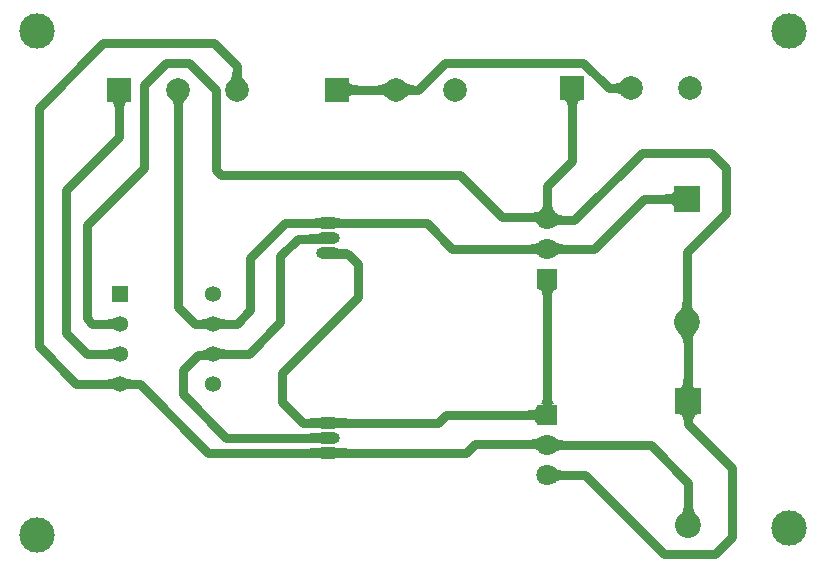
<source format=gbl>
%FSDAX24Y24*%
%MOIN*%
%SFA1B1*%

%IPPOS*%
%ADD10R,0.070866X0.070866*%
%ADD11C,0.070866*%
%ADD12C,0.118110*%
%ADD13R,0.078740X0.078740*%
%ADD14C,0.078740*%
%ADD15O,0.078740X0.039370*%
%ADD16O,0.078740X0.039370*%
%ADD17R,0.053543X0.053543*%
%ADD18C,0.053543*%
%ADD19C,0.086614*%
%ADD20R,0.086614X0.086614*%
%ADD21C,0.030000*%
%LNpcb2-1*%
%LPD*%
G36*
X003704Y006550D02*
X003734Y006550D01*
X003809Y006555*
X003829Y006559*
X003847Y006563*
X003863Y006568*
X003876Y006573*
X003887Y006580*
X003895Y006587*
Y006212*
X003887Y006219*
X003876Y006226*
X003863Y006231*
X003847Y006236*
X003829Y006240*
X003809Y006244*
X003761Y006248*
X003734Y006249*
X003704Y006250*
Y006550*
G37*
G36*
Y007550D02*
X003734Y007550D01*
X003809Y007555*
X003829Y007559*
X003847Y007563*
X003863Y007568*
X003876Y007573*
X003887Y007580*
X003895Y007587*
Y007212*
X003887Y007219*
X003876Y007226*
X003863Y007231*
X003847Y007236*
X003829Y007240*
X003809Y007244*
X003761Y007248*
X003734Y007249*
X003704Y007250*
Y007550*
G37*
G36*
X004462Y006240D02*
X004432Y006240D01*
X004357Y006235*
X004337Y006231*
X004319Y006228*
X004303Y006223*
X004290Y006218*
X004279Y006212*
X004271Y006205*
X004284Y006580*
X004293Y006572*
X004304Y006566*
X004317Y006560*
X004332Y006554*
X004350Y006550*
X004370Y006546*
X004393Y006544*
X004445Y006540*
X004475Y006540*
X004462Y006240*
G37*
G36*
X006804Y007500D02*
X006833Y007500D01*
X006885Y007504*
X006907Y007507*
X006927Y007512*
X006944Y007517*
X006959Y007523*
X006972Y007530*
X006982Y007539*
X006990Y007548*
X007060Y007180*
X007053Y007183*
X007043Y007187*
X007031Y007190*
X007016Y007192*
X006979Y007196*
X006932Y007199*
X006874Y007200*
X006804Y007500*
G37*
G36*
X007595Y007250D02*
X007565Y007249D01*
X007490Y007244*
X007470Y007240*
X007452Y007236*
X007436Y007231*
X007423Y007226*
X007412Y007219*
X007404Y007212*
Y007587*
X007412Y007580*
X007423Y007573*
X007436Y007568*
X007452Y007563*
X007470Y007559*
X007490Y007555*
X007538Y007551*
X007565Y007550*
X007595Y007550*
Y007250*
G37*
G36*
X010427Y004250D02*
X010484Y004250D01*
X010746Y004266*
X010754Y004270*
Y003929*
X010746Y003933*
X010732Y003936*
X010713Y003939*
X010689Y003942*
X010582Y003948*
X010427Y003950*
Y004250*
G37*
G36*
Y004750D02*
X010484Y004750D01*
X010746Y004766*
X010754Y004770*
Y004429*
X010746Y004433*
X010732Y004436*
X010713Y004439*
X010689Y004442*
X010582Y004448*
X010427Y004450*
Y004750*
G37*
G36*
X011672Y003950D02*
X011615Y003949D01*
X011353Y003933*
X011345Y003929*
Y004270*
X011353Y004266*
X011367Y004263*
X011386Y004260*
X011410Y004257*
X011517Y004251*
X011672Y004250*
Y003950*
G37*
G36*
X010427Y005250D02*
X010484Y005250D01*
X010746Y005266*
X010754Y005270*
Y004929*
X010746Y004933*
X010732Y004936*
X010713Y004939*
X010689Y004942*
X010582Y004948*
X010427Y004950*
Y005250*
G37*
G36*
X011672Y004950D02*
X011615Y004949D01*
X011353Y004933*
X011345Y004929*
Y005270*
X011353Y005266*
X011367Y005263*
X011386Y005260*
X011410Y005257*
X011517Y005251*
X011672Y005250*
Y004950*
G37*
G36*
X008151Y016768D02*
X008155Y016731D01*
X008161Y016696*
X008170Y016662*
X008182Y016630*
X008197Y016599*
X008213Y016570*
X008233Y016543*
X008255Y016517*
X008280Y016493*
X007730Y016467*
X007752Y016494*
X007773Y016522*
X007791Y016551*
X007806Y016581*
X007820Y016613*
X007830Y016646*
X007839Y016680*
X007845Y016716*
X007848Y016753*
X007850Y016792*
X008150Y016807*
X008151Y016768*
G37*
G36*
X011725Y016471D02*
X011734Y016445D01*
X011749Y016423*
X011770Y016404*
X011798Y016387*
X011831Y016374*
X011870Y016363*
X011915Y016355*
X011966Y016351*
X012024Y016350*
Y016050*
X011966Y016048*
X011915Y016044*
X011870Y016036*
X011831Y016025*
X011798Y016012*
X011770Y015995*
X011749Y015976*
X011734Y015954*
X011725Y015928*
X011722Y015900*
Y016500*
X011725Y016471*
G37*
G36*
X006301Y015893D02*
X006280Y015866D01*
X006261Y015838*
X006245Y015808*
X006231Y015777*
X006220Y015744*
X006211Y015710*
X006205Y015675*
X006201Y015638*
X006200Y015599*
X005900*
X005898Y015638*
X005894Y015675*
X005888Y015710*
X005879Y015744*
X005868Y015777*
X005854Y015808*
X005838Y015838*
X005819Y015866*
X005798Y015893*
X005774Y015918*
X006325*
X006301Y015893*
G37*
G36*
X004352Y015804D02*
X004327Y015795D01*
X004305Y015780*
X004285Y015759*
X004269Y015732*
X004255Y015699*
X004245Y015660*
X004237Y015615*
X004232Y015564*
X004231Y015507*
X003931*
X003930Y015564*
X003925Y015615*
X003917Y015660*
X003907Y015699*
X003893Y015732*
X003877Y015759*
X003857Y015780*
X003835Y015795*
X003810Y015804*
X003781Y015807*
X004381*
X004352Y015804*
G37*
G36*
X011353Y011916D02*
X011367Y011913D01*
X011386Y011910*
X011410Y011907*
X011517Y011901*
X011672Y011900*
Y011600*
X011615Y011599*
X011353Y011583*
X011345Y011579*
Y011920*
X011353Y011916*
G37*
G36*
X010754Y011579D02*
X010746Y011583D01*
X010732Y011586*
X010713Y011589*
X010689Y011592*
X010582Y011598*
X010427Y011600*
Y011900*
X010484Y011900*
X010746Y011916*
X010754Y011920*
Y011579*
G37*
G36*
X010802Y011059D02*
X010788Y011063D01*
X010770Y011067*
X010747Y011070*
X010686Y011076*
X010507Y011081*
X010450Y011082*
X010407Y011382*
X010464Y011382*
X010674Y011396*
X010702Y011401*
X010724Y011406*
X010741Y011413*
X010754Y011420*
X010802Y011059*
G37*
G36*
X011358Y010913D02*
X011375Y010906D01*
X011397Y010901*
X011425Y010896*
X011494Y010888*
X011583Y010883*
X011692Y010882*
X011649Y010582*
X011345Y010579*
Y010920*
X011358Y010913*
G37*
G36*
X007412Y008580D02*
X007423Y008573D01*
X007436Y008568*
X007452Y008563*
X007470Y008559*
X007490Y008555*
X007538Y008551*
X007565Y008550*
X007595Y008550*
Y008250*
X007565Y008249*
X007490Y008244*
X007470Y008240*
X007452Y008236*
X007436Y008231*
X007423Y008226*
X007412Y008219*
X007404Y008212*
X007212Y008400*
X007404Y008587*
X007412Y008580*
G37*
G36*
X007212Y008400D02*
X007021Y008212D01*
X007013Y008219*
X007002Y008226*
X006989Y008231*
X006973Y008236*
X006955Y008240*
X006935Y008244*
X006860Y008249*
X006830Y008250*
Y008550*
X006860Y008550*
X006887Y008551*
X006935Y008555*
X006955Y008559*
X006973Y008563*
X006989Y008568*
X007002Y008573*
X007013Y008580*
X007021Y008587*
X007212Y008400*
G37*
G36*
X003895Y008212D02*
X003887Y008219D01*
X003876Y008226*
X003863Y008231*
X003847Y008236*
X003829Y008240*
X003809Y008244*
X003761Y008248*
X003734Y008249*
X003704Y008250*
Y008550*
X003734Y008550*
X003809Y008555*
X003829Y008559*
X003847Y008563*
X003863Y008568*
X003876Y008573*
X003887Y008580*
X003895Y008587*
Y008212*
G37*
G36*
X023321Y005374D02*
X023295Y005365D01*
X023273Y005350*
X023254Y005329*
X023237Y005302*
X023224Y005269*
X023213Y005230*
X023205Y005185*
X023201Y005134*
X023200Y005077*
X022900*
X022898Y005134*
X022894Y005185*
X022886Y005230*
X022875Y005269*
X022862Y005302*
X022845Y005329*
X022826Y005350*
X022804Y005365*
X022778Y005374*
X022750Y005377*
X023350*
X023321Y005374*
G37*
G36*
X017998Y005057D02*
X017995Y005086D01*
X017986Y005111*
X017970Y005134*
X017949Y005153*
X017922Y005170*
X017889Y005183*
X017850Y005194*
X017805Y005201*
X017754Y005206*
X017696Y005207*
Y005507*
X017754Y005509*
X017805Y005513*
X017850Y005521*
X017889Y005531*
X017922Y005545*
X017949Y005561*
X017970Y005581*
X017986Y005603*
X017995Y005629*
X017998Y005657*
Y005057*
G37*
G36*
X018066Y004140D02*
X018049Y004161D01*
X018029Y004180*
X018008Y004196*
X017984Y004210*
X017958Y004222*
X017930Y004232*
X017900Y004240*
X017868Y004245*
X017834Y004248*
X017798Y004250*
X017842Y004550*
X017878Y004550*
X017945Y004557*
X017976Y004563*
X018006Y004570*
X018034Y004579*
X018061Y004590*
X018086Y004602*
X018109Y004617*
X018131Y004632*
X018066Y004140*
G37*
G36*
X018623Y004583D02*
X018645Y004566D01*
X018668Y004551*
X018694Y004539*
X018721Y004528*
X018750Y004519*
X018780Y004512*
X018813Y004507*
X018847Y004504*
X018883Y004503*
Y004203*
X018847Y004202*
X018813Y004200*
X018780Y004195*
X018750Y004188*
X018721Y004179*
X018694Y004168*
X018668Y004155*
X018645Y004141*
X018623Y004124*
X018603Y004105*
Y004601*
X018623Y004583*
G37*
G36*
Y003579D02*
X018645Y003562D01*
X018668Y003548*
X018694Y003535*
X018721Y003524*
X018750Y003515*
X018780Y003508*
X018813Y003503*
X018847Y003500*
X018883Y003500*
Y003200*
X018847Y003199*
X018813Y003196*
X018780Y003191*
X018750Y003184*
X018721Y003175*
X018694Y003164*
X018668Y003151*
X018645Y003137*
X018623Y003120*
X018603Y003101*
Y003598*
X018623Y003579*
G37*
G36*
X023201Y002316D02*
X023206Y002276D01*
X023213Y002238*
X023224Y002200*
X023238Y002164*
X023255Y002129*
X023275Y002095*
X023298Y002062*
X023324Y002030*
X023353Y002000*
X022746*
X022775Y002030*
X022801Y002062*
X022824Y002095*
X022844Y002129*
X022861Y002164*
X022875Y002200*
X022886Y002238*
X022893Y002276*
X022898Y002316*
X022900Y002357*
X023200*
X023201Y002316*
G37*
G36*
X018621Y009543D02*
X018595Y009534D01*
X018573Y009519*
X018554Y009498*
X018537Y009471*
X018524Y009438*
X018513Y009399*
X018505Y009354*
X018501Y009303*
X018500Y009246*
X018200*
X018198Y009303*
X018194Y009354*
X018186Y009399*
X018175Y009438*
X018162Y009471*
X018145Y009498*
X018126Y009519*
X018104Y009534*
X018078Y009543*
X018050Y009546*
X018650*
X018621Y009543*
G37*
G36*
X023151Y009066D02*
X023156Y009026D01*
X023163Y008988*
X023174Y008950*
X023188Y008914*
X023205Y008879*
X023225Y008845*
X023248Y008812*
X023274Y008780*
X023303Y008750*
X022696*
X022725Y008780*
X022751Y008812*
X022774Y008845*
X022794Y008879*
X022811Y008914*
X022825Y008950*
X022836Y008988*
X022843Y009026*
X022848Y009066*
X022850Y009107*
X023150*
X023151Y009066*
G37*
G36*
X023292Y008117D02*
X023268Y008083D01*
X023246Y008049*
X023227Y008014*
X023211Y007978*
X023198Y007941*
X023188Y007903*
X023180Y007865*
X023176Y007825*
X023175Y007784*
X022875Y007766*
X022873Y007807*
X022868Y007847*
X022860Y007885*
X022849Y007922*
X022835Y007957*
X022817Y007992*
X022796Y008024*
X022772Y008056*
X022745Y008086*
X022715Y008114*
X023320Y008149*
X023292Y008117*
G37*
G36*
X023176Y006483D02*
X023180Y006432D01*
X023188Y006387*
X023199Y006348*
X023212Y006315*
X023229Y006287*
X023248Y006266*
X023270Y006251*
X023296Y006242*
X023325Y006239*
X022725*
X022753Y006242*
X022779Y006251*
X022801Y006266*
X022820Y006287*
X022837Y006315*
X022850Y006348*
X022861Y006387*
X022869Y006432*
X022873Y006483*
X022875Y006540*
X023175*
X023176Y006483*
G37*
G36*
X018501Y005953D02*
X018505Y005902D01*
X018513Y005857*
X018524Y005818*
X018537Y005785*
X018554Y005757*
X018573Y005736*
X018595Y005721*
X018621Y005712*
X018650Y005709*
X018050*
X018078Y005712*
X018104Y005721*
X018126Y005736*
X018145Y005757*
X018162Y005785*
X018175Y005818*
X018186Y005857*
X018194Y005902*
X018198Y005953*
X018200Y006011*
X018500*
X018501Y005953*
G37*
G36*
X020868Y015974D02*
X020843Y015998D01*
X020816Y016019*
X020788Y016038*
X020758Y016054*
X020727Y016068*
X020694Y016079*
X020660Y016088*
X020625Y016094*
X020588Y016098*
X020549Y016100*
Y016400*
X020588Y016401*
X020625Y016405*
X020660Y016411*
X020694Y016420*
X020727Y016431*
X020758Y016445*
X020788Y016461*
X020816Y016480*
X020843Y016501*
X020868Y016525*
Y015974*
G37*
G36*
X013606Y016451D02*
X013633Y016430D01*
X013661Y016411*
X013691Y016395*
X013722Y016381*
X013755Y016370*
X013789Y016361*
X013824Y016355*
X013861Y016351*
X013900Y016350*
Y016050*
X013861Y016048*
X013824Y016044*
X013789Y016038*
X013755Y016029*
X013722Y016018*
X013691Y016004*
X013661Y015988*
X013633Y015969*
X013606Y015948*
X013581Y015924*
Y016475*
X013606Y016451*
G37*
G36*
X013018Y015924D02*
X012993Y015948D01*
X012966Y015969*
X012938Y015988*
X012908Y016004*
X012877Y016018*
X012844Y016029*
X012810Y016038*
X012775Y016044*
X012738Y016048*
X012699Y016050*
Y016350*
X012738Y016351*
X012775Y016355*
X012810Y016361*
X012844Y016370*
X012877Y016381*
X012908Y016395*
X012938Y016411*
X012966Y016430*
X012993Y016451*
X013018Y016475*
Y015924*
G37*
G36*
X019452Y015854D02*
X019427Y015845D01*
X019405Y015830*
X019385Y015809*
X019369Y015782*
X019355Y015749*
X019345Y015710*
X019337Y015665*
X019332Y015614*
X019331Y015557*
X019031*
X019030Y015614*
X019025Y015665*
X019017Y015710*
X019007Y015749*
X018994Y015782*
X018977Y015809*
X018957Y015830*
X018935Y015845*
X018910Y015854*
X018881Y015857*
X019481*
X019452Y015854*
G37*
G36*
X022569Y012259D02*
X022566Y012287D01*
X022557Y012313*
X022542Y012335*
X022521Y012355*
X022494Y012371*
X022460Y012385*
X022421Y012395*
X022376Y012403*
X022325Y012407*
X022268Y012409*
Y012709*
X022325Y012710*
X022376Y012715*
X022421Y012722*
X022460Y012733*
X022494Y012746*
X022521Y012763*
X022542Y012782*
X022557Y012805*
X022566Y012830*
X022569Y012859*
Y012259*
G37*
G36*
X018500Y012397D02*
X018503Y012363D01*
X018508Y012330*
X018515Y012300*
X018524Y012271*
X018535Y012244*
X018548Y012218*
X018562Y012195*
X018579Y012173*
X018598Y012153*
X018130*
X018064Y011690*
X018047Y011711*
X018027Y011729*
X018006Y011746*
X017983Y011760*
X017957Y011772*
X017929Y011782*
X017899Y011790*
X017867Y011795*
X017833Y011798*
X017797Y011800*
X017844Y012100*
X017880Y012100*
X017948Y012107*
X017979Y012112*
X018009Y012120*
X018037Y012129*
X018063Y012139*
X018088Y012152*
X018112Y012165*
X018116Y012168*
X018120Y012173*
X018137Y012195*
X018151Y012218*
X018164Y012244*
X018175Y012271*
X018184Y012300*
X018191Y012330*
X018196Y012363*
X018199Y012397*
X018200Y012433*
X018500*
X018500Y012397*
G37*
G36*
X018652Y012088D02*
X018672Y012070D01*
X018693Y012053*
X018716Y012039*
X018742Y012027*
X018770Y012017*
X018800Y012009*
X018832Y012004*
X018866Y012001*
X018902Y012000*
X018855Y011700*
X018819Y011699*
X018751Y011692*
X018720Y011687*
X018690Y011679*
X018662Y011670*
X018636Y011660*
X018611Y011647*
X018587Y011634*
X018565Y011618*
X018635Y012109*
X018652Y012088*
G37*
G36*
X018623Y011129D02*
X018645Y011112D01*
X018668Y011098*
X018694Y011085*
X018721Y011074*
X018750Y011065*
X018780Y011058*
X018813Y011053*
X018847Y011050*
X018883Y011050*
Y010750*
X018847Y010749*
X018813Y010746*
X018780Y010741*
X018750Y010734*
X018721Y010725*
X018694Y010714*
X018668Y010701*
X018645Y010687*
X018623Y010670*
X018603Y010651*
Y011148*
X018623Y011129*
G37*
G36*
X018096Y010651D02*
X018076Y010670D01*
X018055Y010687*
X018031Y010701*
X018005Y010714*
X017978Y010725*
X017949Y010734*
X017919Y010741*
X017886Y010746*
X017852Y010749*
X017816Y010750*
Y011050*
X017852Y011050*
X017886Y011053*
X017919Y011058*
X017949Y011065*
X017978Y011074*
X018005Y011085*
X018031Y011098*
X018055Y011112*
X018076Y011129*
X018096Y011148*
Y010651*
G37*
G54D10*
X018350Y005357D03*
Y009900D03*
G54D11*
X018350Y004353D03*
Y003350D03*
Y010900D03*
Y011900D03*
G54D12*
X026400Y018150D03*
Y001600D03*
X001350Y001350D03*
Y018150D03*
G54D13*
X004081Y016200D03*
X019181Y016250D03*
X011331Y016200D03*
G54D14*
X006050Y016200D03*
X008018D03*
X021150Y016250D03*
X023118D03*
X013300Y016200D03*
X015268D03*
G54D15*
X011050Y011750D03*
Y010750D03*
Y004100D03*
Y005100D03*
G54D16*
X011050Y011250D03*
Y004600D03*
G54D17*
X004087Y009400D03*
G54D18*
X004087Y008400D03*
Y007400D03*
Y006400D03*
X007212D03*
Y007400D03*
Y008400D03*
Y009400D03*
G54D19*
X023000Y008440D03*
X023050Y001690D03*
G54D20*
X023000Y012559D03*
X023050Y005809D03*
G54D21*
X003000Y008575D02*
X003175Y008400D01*
X003000Y008575D02*
Y011700D01*
X003175Y008400D02*
X004087D01*
X003000Y011700D02*
X004900Y013600D01*
Y016350D02*
X005650Y017100D01*
X004900Y013600D02*
Y016350D01*
X005650Y017100D02*
X006400D01*
X007300Y013525D02*
Y016200D01*
X006400Y017100D02*
X007300Y016200D01*
X006050Y008950D02*
Y016200D01*
Y008950D02*
X006600Y008400D01*
X008000*
X008450Y008850*
Y010600*
X016850Y011950D02*
X018300D01*
X018350Y011900*
X007300Y013525D02*
X007475Y013350D01*
X015450*
X016850Y011950*
X014050Y016200D02*
X014950Y017100D01*
X019550*
X013300Y016200D02*
X014050D01*
X009600Y011750D02*
X011050D01*
X014322D02*
X015172Y010900D01*
X011050Y011750D02*
X014322D01*
X003550Y017750D02*
X007250D01*
X008000Y016218D02*
Y017000D01*
X007250Y017750D02*
X008000Y017000D01*
X001400Y015600D02*
X003550Y017750D01*
X001400Y007650D02*
Y015600D01*
X008000Y016218D02*
X008018Y016200D01*
X001400Y007650D02*
X002650Y006400D01*
X004087*
X003000Y007400D02*
X004087D01*
X002300Y008100D02*
X003000Y007400D01*
X002300Y008100D02*
Y012850D01*
X004081Y014631D02*
Y016200D01*
X002300Y012850D02*
X004081Y014631D01*
X008450Y010600D02*
X009600Y011750D01*
X009450Y008450D02*
Y010650D01*
X010032Y011232D02*
X011032D01*
X009450Y010650D02*
X010032Y011232D01*
X008400Y007400D02*
X009450Y008450D01*
X007212Y007400D02*
X008400D01*
X011032Y011232D02*
X011050Y011250D01*
X006200Y006850D02*
X006700Y007350D01*
X007060*
X006200Y006050D02*
Y006850D01*
X007185Y007372D02*
X007212Y007400D01*
X007060Y007350D02*
X007082Y007372D01*
X007185*
X006200Y006050D02*
X007650Y004600D01*
X011050*
X007050Y004100D02*
X011050D01*
X004096Y006390D02*
X004759D01*
X007050Y004100*
X004087Y006400D02*
X004096Y006390D01*
X009500Y006750D02*
X012050Y009300D01*
X009500Y005800D02*
Y006750D01*
X012050Y009300D02*
Y010374D01*
X011050Y010750D02*
X011067Y010732D01*
X011692*
X012050Y010374*
X009500Y005800D02*
X010200Y005100D01*
X011050*
X015950Y004400D02*
X018303D01*
X018350Y004353*
X015650Y004100D02*
X015950Y004400D01*
X011050Y004100D02*
X015650D01*
X014700Y005100D02*
X014957Y005357D01*
X018350*
X011050Y005100D02*
X014700D01*
X023050Y005050D02*
Y005809D01*
X024500Y001300D02*
Y003600D01*
X023050Y005050D02*
X024500Y003600D01*
X022225Y000724D02*
X023924D01*
X024500Y001300*
X022225Y000724D02*
D01*
X018350Y003350D02*
X019600D01*
X022225Y000724*
X023050Y001690D02*
Y003100D01*
X018350Y004353D02*
X021796D01*
X023050Y003100*
X023025Y005834D02*
Y008415D01*
Y005834D02*
X023050Y005809D01*
X023000Y008440D02*
X023025Y008415D01*
X019250Y011850D02*
X021500Y014100D01*
X018400Y011850D02*
X019250D01*
X021500Y014100D02*
X023800D01*
X018350Y011900D02*
X018400Y011850D01*
X023800Y014100D02*
X024300Y013600D01*
Y012100D02*
Y013600D01*
X023000Y010800D02*
X024300Y012100D01*
X023000Y008440D02*
Y010800D01*
X018350Y005357D02*
Y009900D01*
X015172Y010900D02*
X018350D01*
X019900D02*
X021559Y012559D01*
X023000*
X018350Y010900D02*
X019900D01*
X018350Y011900D02*
Y013000D01*
X019181Y013831D02*
Y016250D01*
X018350Y013000D02*
X019181Y013831D01*
X020400Y016250D02*
X021150D01*
X019550Y017100D02*
X020400Y016250D01*
X011331Y016200D02*
X013300D01*
M02*
</source>
